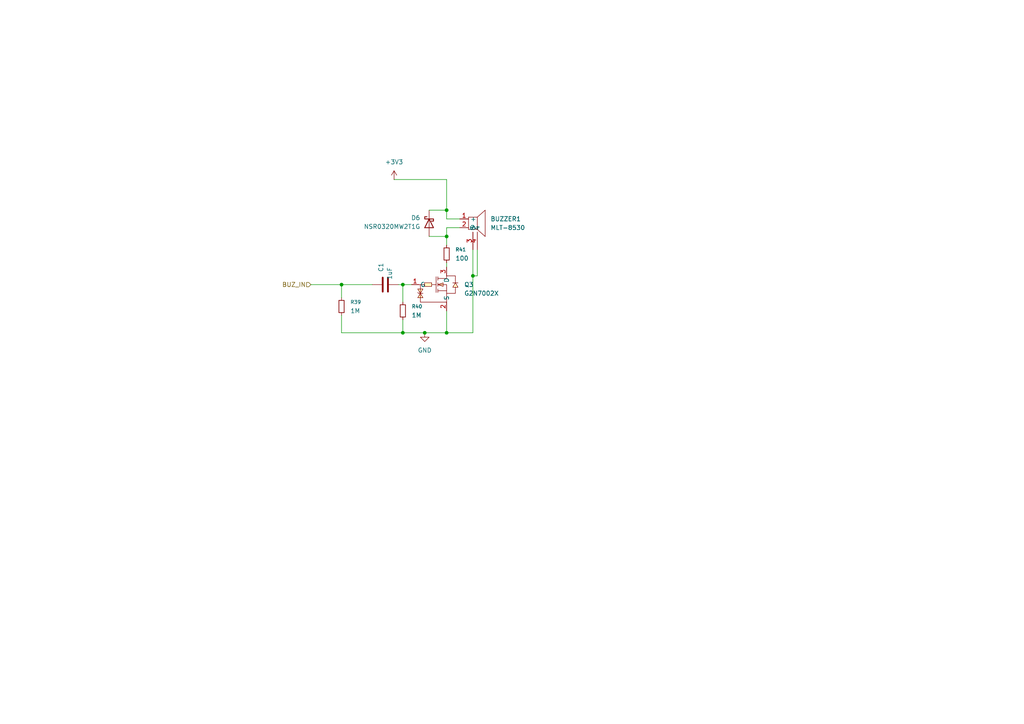
<source format=kicad_sch>
(kicad_sch (version 20250114) (generator "eeschema") (generator_version "9.0")
  (paper "A4")
  (lib_symbols
    (symbol "Device:R_Small" (pin_numbers (hide yes)) (pin_names (offset 0.254) (hide yes))
      (property "Reference" "R" (at 0 0 90))
      (property "Value" "R_Small" (at 1.778 0 90))
      (symbol "R_Small_0_1"
        (rectangle (start -0.762 1.778) (end 0.762 -1.778) (stroke (width 0.2032)))
      )
      (symbol "R_Small_1_1"
        (pin passive line (at 0 2.54 270) (length 0.762) (name "~") (number "1"))
        (pin passive line (at 0 -2.54 90) (length 0.762) (name "~") (number "2"))
      )
    )
    (symbol "lcsc:G2N7002X"
      (property "Reference" "Q" (at 0 12.7 0))
      (property "Value" "G2N7002X" (at 0 -10.16 0))
      (symbol "G2N7002X_0_1"
        (polyline (pts (xy -8.38 0.25) (xy -8.13 0) (xy -7.11 0) (xy -6.86 0)))
        (polyline (pts (xy -8.13 2.54) (xy -7.62 2.54) (xy -7.62 -2.54) (xy 0 -2.54)))
        (polyline (pts (xy -7.62 2.54) (xy -6.35 2.54)))
        (polyline (pts (xy -7.62 0) (xy -8.38 -1.27) (xy -6.86 -1.27) (xy -7.62 0)) (fill (type background)))
        (polyline (pts (xy -7.62 0) (xy -6.86 1.27) (xy -8.38 1.27) (xy -7.62 0)) (fill (type background)))
        (rectangle (start -6.35 3.05) (end -4.32 2.03) (fill (type background)))
        (polyline (pts (xy -4.32 2.54) (xy -3.05 2.54)))
        (polyline (pts (xy -3.05 4.83) (xy -3.05 0.25)))
        (polyline (pts (xy -2.54 4.83) (xy -2.54 3.81)))
        (polyline (pts (xy -2.54 4.32) (xy 0 4.32) (xy 0 5.08) (xy 2.54 5.08) (xy 2.54 3.05)))
        (polyline (pts (xy -2.54 2.54) (xy -1.02 2.03) (xy -1.02 3.05) (xy -2.54 2.54)) (fill (type background)))
        (polyline (pts (xy -2.54 2.54) (xy 0 2.54) (xy 0 0) (xy 2.54 0) (xy 2.54 1.78)))
        (polyline (pts (xy -2.54 2.03) (xy -2.54 3.05)))
        (polyline (pts (xy -2.54 0.25) (xy -2.54 1.27)))
        (polyline (pts (xy 0 0.76) (xy -2.54 0.76)))
        (polyline (pts (xy 0 -2.54) (xy 0 0)))
        (polyline (pts (xy 2.54 3.05) (xy 1.78 1.78) (xy 3.3 1.78) (xy 2.54 3.05)) (fill (type background)))
        (polyline (pts (xy 3.3 3.05) (xy 3.05 3.05) (xy 2.03 3.05) (xy 1.78 3.05)))
        (pin unspecified line (at -10.16 2.54 0) (length 2.032) (name "G") (number "1"))
        (pin unspecified line (at 0 7.62 270) (length 2.54) (name "D") (number "3"))
        (pin unspecified line (at 0 -5.08 90) (length 2.54) (name "S") (number "2"))
      )
    )
    (symbol "lcsc:MLT-8530"
      (property "Reference" "BUZZER" (at 0 6.35 0))
      (property "Value" "MLT-8530" (at 0 -12.7 0))
      (symbol "MLT-8530_0_1"
        (polyline (pts (xy -1.27 1.78) (xy -1.27 -1.78)))
        (polyline (pts (xy -1.27 1.78) (xy 1.27 1.78)))
        (polyline (pts (xy -1.27 -1.78) (xy 1.27 -1.78)))
        (polyline (pts (xy 1.27 1.78) (xy 1.27 -1.78)))
        (polyline (pts (xy 1.27 -1.78) (xy 3.56 -3.81)))
        (polyline (pts (xy 3.56 3.81) (xy 1.27 1.78)))
        (polyline (pts (xy 3.56 3.81) (xy 3.56 -3.81)))
        (pin unspecified line (at -3.81 1.27 0) (length 2.54) (name "+") (number "1"))
        (pin unspecified line (at -3.81 -1.27 0) (length 2.54) (name "2") (number "2"))
        (pin unspecified line (at 0 -7.62 90) (length 5.08) (name "3") (number "3"))
        (pin unspecified line (at 1.27 -7.62 90) (length 5.08) (name "4") (number "4"))
      )
    )
    (symbol "power:+3V3" (power) (pin_numbers (hide yes)) (pin_names (offset 0) (hide yes))
      (property "Value" "+3V3" (at 0 3.556 0))
      (symbol "+3V3_0_1"
        (polyline (pts (xy -0.762 1.27) (xy 0 2.54)))
        (polyline (pts (xy 0 2.54) (xy 0.762 1.27)))
        (polyline (pts (xy 0 0) (xy 0 2.54)))
      )
      (symbol "+3V3_1_1"
        (pin power_in line (at 0 0 90) (length 0) (name "~") (number "1"))
      )
    )
    (symbol "power:GND" (power) (pin_numbers (hide yes)) (pin_names (offset 0) (hide yes))
      (property "Value" "GND" (at 0 -3.81 0))
      (symbol "GND_0_1"
        (polyline (pts (xy 0 0) (xy 0 -1.27) (xy 1.27 -1.27) (xy 0 -2.54) (xy -1.27 -1.27) (xy 0 -1.27)))
      )
      (symbol "GND_1_1"
        (pin power_in line (at 0 0 270) (length 0) (name "~") (number "1"))
      )
    )
    (symbol "symbols:C" (pin_numbers (hide yes)) (pin_names (offset 0.254))
      (property "Reference" "C" (at 0.635 2.54 0))
      (property "Value" "C" (at 0.635 -2.54 0))
      (symbol "C_0_1"
        (polyline (pts (xy -2.032 0.762) (xy 2.032 0.762)) (stroke (width 0.508)))
        (polyline (pts (xy -2.032 -0.762) (xy 2.032 -0.762)) (stroke (width 0.508)))
      )
      (symbol "C_1_1"
        (pin passive line (at 0 3.81 270) (length 2.794) (name "~") (number "1"))
        (pin passive line (at 0 -3.81 90) (length 2.794) (name "~") (number "2"))
      )
    )
    (symbol "symbols:D_Schottky" (pin_numbers (hide yes)) (pin_names (offset 1.016) (hide yes))
      (property "Reference" "D" (at 0 2.54 0))
      (property "Value" "D_Schottky" (at 0 -2.54 0))
      (symbol "D_Schottky_0_1"
        (polyline (pts (xy -1.905 0.635) (xy -1.905 1.27) (xy -1.27 1.27) (xy -1.27 -1.27) (xy -0.635 -1.27) (xy -0.635 -0.635)) (stroke (width 0.254)))
        (polyline (pts (xy 1.27 1.27) (xy 1.27 -1.27) (xy -1.27 0) (xy 1.27 1.27)) (stroke (width 0.254)))
        (polyline (pts (xy 1.27 0) (xy -1.27 0)))
      )
      (symbol "D_Schottky_1_1"
        (pin passive line (at -3.81 0 0) (length 2.54) (name "K") (number "1"))
        (pin passive line (at 3.81 0 180) (length 2.54) (name "A") (number "2"))
      )
    )
  )
  (junction (at 129.54 96.52))
  (junction (at 129.54 60.96))
  (junction (at 116.84 96.52))
  (junction (at 129.54 68.58))
  (junction (at 99.06 82.55))
  (junction (at 116.84 82.55))
  (junction (at 123.19 96.52))
  (junction (at 137.16 80.01))
  (wire (pts (xy 90.17 82.55) (xy 99.06 82.55)))
  (wire (pts (xy 116.84 96.52) (xy 123.19 96.52)))
  (wire (pts (xy 116.84 82.55) (xy 116.84 87.63)))
  (wire (pts (xy 115.57 82.55) (xy 116.84 82.55)))
  (wire (pts (xy 99.06 91.44) (xy 99.06 96.52)))
  (wire (pts (xy 99.06 82.55) (xy 99.06 86.36)))
  (wire (pts (xy 99.06 96.52) (xy 116.84 96.52)))
  (wire (pts (xy 137.16 80.01) (xy 137.16 96.52)))
  (wire (pts (xy 129.54 60.96) (xy 129.54 63.5)))
  (wire (pts (xy 123.19 96.52) (xy 129.54 96.52)))
  (wire (pts (xy 124.46 68.58) (xy 129.54 68.58)))
  (wire (pts (xy 138.43 72.39) (xy 138.43 80.01)))
  (wire (pts (xy 99.06 82.55) (xy 107.95 82.55)))
  (wire (pts (xy 129.54 63.5) (xy 133.35 63.5)))
  (wire (pts (xy 129.54 76.2) (xy 129.54 77.47)))
  (wire (pts (xy 124.46 60.96) (xy 129.54 60.96)))
  (wire (pts (xy 129.54 66.04) (xy 133.35 66.04)))
  (wire (pts (xy 129.54 96.52) (xy 137.16 96.52)))
  (wire (pts (xy 116.84 82.55) (xy 119.38 82.55)))
  (wire (pts (xy 129.54 68.58) (xy 129.54 71.12)))
  (wire (pts (xy 116.84 92.71) (xy 116.84 96.52)))
  (wire (pts (xy 137.16 72.39) (xy 137.16 80.01)))
  (wire (pts (xy 114.3 52.07) (xy 129.54 52.07)))
  (wire (pts (xy 129.54 52.07) (xy 129.54 60.96)))
  (wire (pts (xy 129.54 66.04) (xy 129.54 68.58)))
  (wire (pts (xy 137.16 80.01) (xy 138.43 80.01)))
  (wire (pts (xy 129.54 90.17) (xy 129.54 96.52)))
  (hierarchical_label "BUZ_IN" (shape input) (at 90.17 82.55 180))
  (symbol (lib_id "Device:R_Small") (at 116.84 90.17 180) (unit 1)
    (property "Reference" "R40" (at 119.38 88.8999 0) (effects (font (size 1.016 1.016)) (justify right)))
    (property "Value" "1M" (at 119.38 91.4399 0) (effects (justify right)))
    (property "Footprint" "Resistor_SMD:R_0402_1005Metric" (effects (hide yes)))
    (property "Datasheet" "https://jlcpcb.com/partdetail/26826-0402WGF1004TCE/C26083" (effects (hide yes)))
    (property "Description" "Resistor, small symbol" (effects (hide yes)))
    (property "LCSC" "C26083" (effects (hide yes)))
  )
  (symbol (lib_id "symbols:D_Schottky") (at 124.46 64.77 90) (mirror x) (unit 1)
    (property "Reference" "D6" (at 121.92 63.1824 90) (effects (justify left)))
    (property "Value" "NSR0320MW2T1G" (at 121.92 65.7224 90) (effects (justify left)))
    (property "Footprint" "Diode_SMD:D_SOD-323" (effects (hide yes)))
    (property "Datasheet" "https://datasheet.lcsc.com/lcsc/1806150330_onsemi-NSR0320MW2T1G_C48192.pdf" (effects (hide yes)))
    (property "LCSC" "C48192" (effects (hide yes)))
  )
  (symbol (lib_id "Device:R_Small") (at 99.06 88.9 0) (unit 1)
    (property "Reference" "R39" (at 101.6 87.6299 0) (effects (font (size 1.016 1.016)) (justify left)))
    (property "Value" "1M" (at 101.6 90.1699 0) (effects (justify left)))
    (property "Footprint" "Resistor_SMD:R_0402_1005Metric" (effects (hide yes)))
    (property "Datasheet" "https://jlcpcb.com/partdetail/26826-0402WGF1004TCE/C26083" (effects (hide yes)))
    (property "Description" "Resistor, small symbol" (effects (hide yes)))
    (property "LCSC" "C26083" (effects (hide yes)))
  )
  (symbol (lib_id "power:GND") (at 123.19 96.52 0) (unit 1)
    (property "Reference" "#PWR095" (effects (hide yes)))
    (property "Value" "GND" (at 123.19 101.6 0))
    (property "Description" "Power symbol creates a global label with name \"GND\" , ground" (effects (hide yes)))
  )
  (symbol (lib_id "symbols:C") (at 111.76 82.55 270) (unit 1)
    (property "Reference" "C1" (at 110.49 76.2 0) (effects (justify left)))
    (property "Value" "1uF" (at 113.03 77.47 0) (effects (justify left)))
    (property "Footprint" "Capacitor_SMD:C_0603_1608Metric" (effects (hide yes)))
    (property "Datasheet" "https://jlcpcb.com/partdetail/5885909-CL10B105KB8NQNC/C5199872" (effects (hide yes)))
    (property "LCSC" "C5199872" (effects (hide yes)))
  )
  (symbol (lib_id "Device:R_Small") (at 129.54 73.66 180) (unit 1)
    (property "Reference" "R41" (at 132.08 72.3899 0) (effects (font (size 1.016 1.016)) (justify right)))
    (property "Value" "100" (at 132.08 74.9299 0) (effects (justify right)))
    (property "Footprint" "Resistor_SMD:R_0402_1005Metric" (effects (hide yes)))
    (property "Datasheet" "https://jlcpcb.com/partdetail/25819-0402WGF1000TCE/C25076" (effects (hide yes)))
    (property "Description" "Resistor, small symbol" (effects (hide yes)))
    (property "LCSC" "C25076" (effects (hide yes)))
  )
  (symbol (lib_id "lcsc:G2N7002X") (at 129.54 85.09 0) (unit 1)
    (property "Reference" "Q3" (at 134.62 82.5499 0) (effects (justify left)))
    (property "Value" "G2N7002X" (at 134.62 85.0899 0) (effects (justify left)))
    (property "Footprint" "lcsc:SOT-523-3_L1.6-W0.8-P1.00-LS1.6-BR" (effects (hide yes)))
    (property "LCSC Part" "C5258971" (effects (hide yes)))
  )
  (symbol (lib_id "power:+3V3") (at 114.3 52.07 0) (unit 1)
    (property "Reference" "#PWR093" (effects (hide yes)))
    (property "Value" "+3V3" (at 114.3 46.99 0))
    (property "Description" "Power symbol creates a global label with name \"+3V3\"" (effects (hide yes)))
  )
  (symbol (lib_id "lcsc:MLT-8530") (at 137.16 64.77 0) (unit 1)
    (property "Reference" "BUZZER1" (at 142.24 63.4999 0) (effects (justify left)))
    (property "Value" "MLT-8530" (at 142.24 66.0399 0) (effects (justify left)))
    (property "Footprint" "lcsc:BUZ-SMD_4P-L8.5-W8.5-P8.50-BR" (effects (hide yes)))
    (property "Datasheet" "https://lcsc.com/product-detail/Buzzers_MLT-8530_C94599.html" (effects (hide yes)))
    (property "LCSC Part" "C94599" (effects (hide yes)))
    (property "LCSC" "C94599" (effects (hide yes)))
  )
)
</source>
